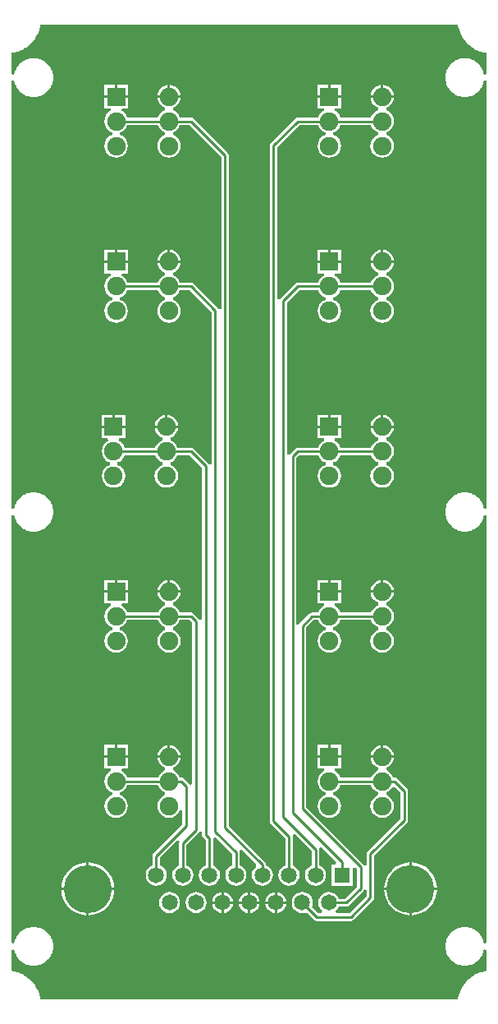
<source format=gbl>
G04*
G04 #@! TF.GenerationSoftware,Altium Limited,Altium Designer,25.6.2 (33)*
G04*
G04 Layer_Physical_Order=2*
G04 Layer_Color=16711680*
%FSLAX44Y44*%
%MOMM*%
G71*
G04*
G04 #@! TF.SameCoordinates,2946A9A4-FF45-4ECA-B3A8-7F3B2984B9D4*
G04*
G04*
G04 #@! TF.FilePolarity,Positive*
G04*
G01*
G75*
%ADD15C,1.9000*%
%ADD16R,1.9000X1.9000*%
%ADD17R,1.6500X1.6500*%
%ADD18C,1.6500*%
%ADD19C,4.9500*%
%ADD20C,0.2540*%
G36*
X465522Y1008482D02*
X465630Y1008163D01*
X465652Y1007828D01*
X466668Y1004037D01*
X466817Y1003736D01*
X466882Y1003406D01*
X468384Y999781D01*
X468571Y999501D01*
X468679Y999182D01*
X470641Y995784D01*
X470863Y995531D01*
X471012Y995229D01*
X473400Y992116D01*
X473653Y991895D01*
X473840Y991615D01*
X476615Y988840D01*
X476894Y988653D01*
X477116Y988400D01*
X480229Y986012D01*
X480531Y985863D01*
X480784Y985641D01*
X484182Y983679D01*
X484501Y983571D01*
X484781Y983384D01*
X488406Y981882D01*
X488736Y981817D01*
X489037Y981668D01*
X492828Y980652D01*
X493163Y980630D01*
X493482Y980522D01*
X494902Y980335D01*
Y958415D01*
X492362Y958165D01*
X491924Y960370D01*
X491731Y960834D01*
X491633Y961326D01*
X490503Y964056D01*
X490224Y964474D01*
X490032Y964937D01*
X488390Y967394D01*
X488035Y967749D01*
X487756Y968167D01*
X485667Y970256D01*
X485249Y970535D01*
X484894Y970890D01*
X482437Y972532D01*
X481974Y972724D01*
X481556Y973003D01*
X478826Y974134D01*
X478334Y974231D01*
X477870Y974424D01*
X474972Y975000D01*
X474470D01*
X473977Y975098D01*
X471023D01*
X470530Y975000D01*
X470028D01*
X467130Y974424D01*
X466666Y974231D01*
X466174Y974134D01*
X463444Y973003D01*
X463027Y972724D01*
X462563Y972532D01*
X460106Y970890D01*
X459751Y970535D01*
X459333Y970256D01*
X457244Y968167D01*
X456965Y967749D01*
X456610Y967394D01*
X454968Y964937D01*
X454776Y964474D01*
X454497Y964056D01*
X453367Y961326D01*
X453269Y960834D01*
X453077Y960370D01*
X452500Y957472D01*
Y956970D01*
X452402Y956477D01*
Y953523D01*
X452500Y953030D01*
Y952528D01*
X453077Y949630D01*
X453269Y949166D01*
X453367Y948674D01*
X454497Y945944D01*
X454776Y945527D01*
X454968Y945063D01*
X456610Y942606D01*
X456965Y942251D01*
X457244Y941833D01*
X459333Y939744D01*
X459751Y939465D01*
X460106Y939110D01*
X462563Y937468D01*
X463027Y937276D01*
X463444Y936997D01*
X466174Y935867D01*
X466666Y935769D01*
X467130Y935576D01*
X470028Y935000D01*
X470530D01*
X471023Y934902D01*
X473977D01*
X474470Y935000D01*
X474972D01*
X477870Y935576D01*
X478334Y935769D01*
X478826Y935867D01*
X481556Y936997D01*
X481974Y937276D01*
X482437Y937468D01*
X484894Y939110D01*
X485249Y939465D01*
X485667Y939744D01*
X487756Y941833D01*
X488035Y942251D01*
X488390Y942606D01*
X490032Y945063D01*
X490224Y945527D01*
X490503Y945944D01*
X491633Y948674D01*
X491731Y949166D01*
X491924Y949630D01*
X492362Y951835D01*
X494902Y951585D01*
X494902Y510915D01*
X492362Y510665D01*
X491924Y512870D01*
X491731Y513334D01*
X491633Y513826D01*
X490503Y516556D01*
X490224Y516973D01*
X490032Y517437D01*
X488390Y519894D01*
X488035Y520249D01*
X487756Y520667D01*
X485667Y522756D01*
X485249Y523035D01*
X484894Y523390D01*
X482437Y525032D01*
X481974Y525224D01*
X481556Y525503D01*
X478826Y526633D01*
X478334Y526731D01*
X477870Y526923D01*
X474972Y527500D01*
X474470D01*
X473977Y527598D01*
X471023D01*
X470530Y527500D01*
X470028D01*
X467130Y526923D01*
X466666Y526731D01*
X466174Y526633D01*
X463444Y525503D01*
X463027Y525224D01*
X462563Y525032D01*
X460106Y523390D01*
X459751Y523035D01*
X459333Y522756D01*
X457244Y520667D01*
X456965Y520249D01*
X456610Y519894D01*
X454968Y517437D01*
X454776Y516973D01*
X454497Y516556D01*
X453367Y513826D01*
X453269Y513334D01*
X453077Y512870D01*
X452500Y509972D01*
Y509470D01*
X452402Y508977D01*
Y506023D01*
X452500Y505530D01*
Y505028D01*
X453077Y502130D01*
X453269Y501666D01*
X453367Y501174D01*
X454497Y498444D01*
X454776Y498026D01*
X454968Y497563D01*
X456610Y495106D01*
X456965Y494751D01*
X457244Y494333D01*
X459333Y492244D01*
X459751Y491965D01*
X460106Y491610D01*
X462563Y489968D01*
X463027Y489776D01*
X463444Y489497D01*
X466174Y488367D01*
X466666Y488269D01*
X467130Y488076D01*
X470028Y487500D01*
X470530D01*
X471023Y487402D01*
X473977D01*
X474470Y487500D01*
X474972D01*
X477870Y488076D01*
X478334Y488269D01*
X478826Y488367D01*
X481556Y489497D01*
X481974Y489776D01*
X482437Y489968D01*
X484894Y491610D01*
X485249Y491965D01*
X485667Y492244D01*
X487756Y494333D01*
X488035Y494751D01*
X488390Y495106D01*
X490032Y497563D01*
X490224Y498026D01*
X490503Y498444D01*
X491633Y501174D01*
X491731Y501666D01*
X491924Y502130D01*
X492362Y504335D01*
X494902Y504085D01*
X494902Y63415D01*
X492362Y63165D01*
X491924Y65370D01*
X491731Y65834D01*
X491633Y66326D01*
X490503Y69056D01*
X490224Y69474D01*
X490032Y69937D01*
X488390Y72394D01*
X488035Y72749D01*
X487756Y73167D01*
X485667Y75256D01*
X485249Y75535D01*
X484894Y75890D01*
X482437Y77532D01*
X481974Y77724D01*
X481556Y78003D01*
X478826Y79133D01*
X478334Y79231D01*
X477870Y79423D01*
X474972Y80000D01*
X474470D01*
X473977Y80098D01*
X471023D01*
X470530Y80000D01*
X470028D01*
X467130Y79423D01*
X466666Y79231D01*
X466174Y79133D01*
X463444Y78003D01*
X463027Y77724D01*
X462563Y77532D01*
X460106Y75890D01*
X459751Y75535D01*
X459333Y75256D01*
X457244Y73167D01*
X456965Y72749D01*
X456610Y72394D01*
X454968Y69937D01*
X454776Y69474D01*
X454497Y69056D01*
X453367Y66326D01*
X453269Y65834D01*
X453077Y65370D01*
X452500Y62472D01*
Y61970D01*
X452402Y61477D01*
Y58523D01*
X452500Y58030D01*
Y57528D01*
X453077Y54630D01*
X453269Y54166D01*
X453367Y53674D01*
X454497Y50944D01*
X454776Y50526D01*
X454968Y50063D01*
X456610Y47606D01*
X456965Y47251D01*
X457244Y46833D01*
X459333Y44744D01*
X459751Y44465D01*
X460106Y44110D01*
X462563Y42468D01*
X463027Y42276D01*
X463444Y41997D01*
X466174Y40866D01*
X466666Y40769D01*
X467130Y40576D01*
X470028Y40000D01*
X470530D01*
X471023Y39902D01*
X473977D01*
X474470Y40000D01*
X474972D01*
X477870Y40576D01*
X478334Y40769D01*
X478826Y40866D01*
X481556Y41997D01*
X481974Y42276D01*
X482437Y42468D01*
X484894Y44110D01*
X485249Y44465D01*
X485667Y44744D01*
X487756Y46833D01*
X488035Y47251D01*
X488390Y47606D01*
X490032Y50063D01*
X490224Y50526D01*
X490503Y50944D01*
X491633Y53674D01*
X491731Y54166D01*
X491924Y54630D01*
X492362Y56835D01*
X494902Y56585D01*
Y34665D01*
X493482Y34478D01*
X493163Y34370D01*
X492828Y34348D01*
X489038Y33332D01*
X488736Y33183D01*
X488406Y33118D01*
X484781Y31616D01*
X484501Y31429D01*
X484182Y31321D01*
X480784Y29359D01*
X480531Y29137D01*
X480229Y28988D01*
X477116Y26600D01*
X476895Y26347D01*
X476615Y26160D01*
X473840Y23385D01*
X473653Y23105D01*
X473400Y22884D01*
X471012Y19770D01*
X470863Y19469D01*
X470641Y19216D01*
X468679Y15818D01*
X468571Y15499D01*
X468384Y15220D01*
X466882Y11594D01*
X466817Y11264D01*
X466668Y10963D01*
X465652Y7172D01*
X465630Y6837D01*
X465522Y6518D01*
X465335Y5098D01*
X34665D01*
X34478Y6518D01*
X34370Y6837D01*
X34348Y7172D01*
X33332Y10963D01*
X33183Y11264D01*
X33118Y11594D01*
X31616Y15220D01*
X31429Y15499D01*
X31321Y15818D01*
X29359Y19216D01*
X29137Y19469D01*
X28988Y19770D01*
X26600Y22884D01*
X26347Y23105D01*
X26160Y23385D01*
X23385Y26160D01*
X23105Y26347D01*
X22884Y26600D01*
X19770Y28988D01*
X19469Y29137D01*
X19216Y29359D01*
X15818Y31321D01*
X15499Y31429D01*
X15220Y31616D01*
X11594Y33118D01*
X11264Y33183D01*
X10963Y33332D01*
X7172Y34348D01*
X6837Y34370D01*
X6518Y34478D01*
X5098Y34665D01*
Y56585D01*
X7638Y56835D01*
X8076Y54630D01*
X8269Y54166D01*
X8367Y53674D01*
X9497Y50944D01*
X9776Y50526D01*
X9968Y50063D01*
X11610Y47606D01*
X11965Y47251D01*
X12244Y46833D01*
X14333Y44744D01*
X14751Y44465D01*
X15106Y44110D01*
X17563Y42468D01*
X18026Y42276D01*
X18444Y41997D01*
X21174Y40866D01*
X21666Y40769D01*
X22130Y40576D01*
X25028Y40000D01*
X25530D01*
X26023Y39902D01*
X28977D01*
X29470Y40000D01*
X29972D01*
X32870Y40576D01*
X33334Y40769D01*
X33826Y40866D01*
X36556Y41997D01*
X36974Y42276D01*
X37437Y42468D01*
X39894Y44110D01*
X40249Y44465D01*
X40667Y44744D01*
X42756Y46833D01*
X43035Y47251D01*
X43390Y47606D01*
X45032Y50063D01*
X45224Y50526D01*
X45503Y50944D01*
X46633Y53674D01*
X46731Y54166D01*
X46923Y54630D01*
X47500Y57528D01*
Y58030D01*
X47598Y58523D01*
Y61477D01*
X47500Y61970D01*
Y62472D01*
X46923Y65370D01*
X46731Y65834D01*
X46633Y66326D01*
X45503Y69056D01*
X45224Y69474D01*
X45032Y69937D01*
X43390Y72394D01*
X43035Y72749D01*
X42756Y73167D01*
X40667Y75256D01*
X40249Y75535D01*
X39894Y75890D01*
X37437Y77532D01*
X36974Y77724D01*
X36556Y78003D01*
X33826Y79133D01*
X33334Y79231D01*
X32870Y79423D01*
X29972Y80000D01*
X29470D01*
X28977Y80098D01*
X26023D01*
X25530Y80000D01*
X25028D01*
X22130Y79423D01*
X21666Y79231D01*
X21174Y79133D01*
X18444Y78003D01*
X18026Y77724D01*
X17563Y77532D01*
X15106Y75890D01*
X14751Y75535D01*
X14333Y75256D01*
X12244Y73167D01*
X11965Y72749D01*
X11610Y72394D01*
X9968Y69937D01*
X9776Y69474D01*
X9497Y69056D01*
X8367Y66326D01*
X8269Y65834D01*
X8076Y65370D01*
X7638Y63165D01*
X5098Y63415D01*
Y504085D01*
X7638Y504335D01*
X8076Y502130D01*
X8269Y501666D01*
X8367Y501174D01*
X9497Y498444D01*
X9776Y498026D01*
X9968Y497563D01*
X11610Y495106D01*
X11965Y494751D01*
X12244Y494333D01*
X14333Y492244D01*
X14751Y491965D01*
X15106Y491610D01*
X17563Y489968D01*
X18026Y489776D01*
X18444Y489497D01*
X21174Y488367D01*
X21666Y488269D01*
X22130Y488076D01*
X25028Y487500D01*
X25530D01*
X26023Y487402D01*
X28977D01*
X29470Y487500D01*
X29972D01*
X32870Y488076D01*
X33334Y488269D01*
X33826Y488367D01*
X36556Y489497D01*
X36974Y489776D01*
X37437Y489968D01*
X39894Y491610D01*
X40249Y491965D01*
X40667Y492244D01*
X42756Y494333D01*
X43035Y494751D01*
X43390Y495106D01*
X45032Y497563D01*
X45224Y498026D01*
X45503Y498444D01*
X46633Y501174D01*
X46731Y501666D01*
X46923Y502130D01*
X47500Y505028D01*
Y505530D01*
X47598Y506023D01*
Y508977D01*
X47500Y509470D01*
Y509972D01*
X46923Y512870D01*
X46731Y513334D01*
X46633Y513826D01*
X45503Y516556D01*
X45224Y516973D01*
X45032Y517437D01*
X43390Y519894D01*
X43035Y520249D01*
X42756Y520667D01*
X40667Y522756D01*
X40249Y523035D01*
X39894Y523390D01*
X37437Y525032D01*
X36974Y525224D01*
X36556Y525503D01*
X33826Y526633D01*
X33334Y526731D01*
X32870Y526923D01*
X29972Y527500D01*
X29470D01*
X28977Y527598D01*
X26023D01*
X25530Y527500D01*
X25028D01*
X22130Y526923D01*
X21666Y526731D01*
X21174Y526633D01*
X18444Y525503D01*
X18026Y525224D01*
X17563Y525032D01*
X15106Y523390D01*
X14751Y523035D01*
X14333Y522756D01*
X12244Y520667D01*
X11965Y520249D01*
X11610Y519894D01*
X9968Y517437D01*
X9776Y516973D01*
X9497Y516556D01*
X8367Y513826D01*
X8269Y513334D01*
X8076Y512870D01*
X7638Y510665D01*
X5098Y510915D01*
Y951585D01*
X7638Y951835D01*
X8076Y949630D01*
X8269Y949166D01*
X8367Y948674D01*
X9497Y945944D01*
X9776Y945527D01*
X9968Y945063D01*
X11610Y942606D01*
X11965Y942251D01*
X12244Y941833D01*
X14333Y939744D01*
X14751Y939465D01*
X15106Y939110D01*
X17563Y937468D01*
X18026Y937276D01*
X18444Y936997D01*
X21174Y935867D01*
X21666Y935769D01*
X22130Y935576D01*
X25028Y935000D01*
X25530D01*
X26023Y934902D01*
X28977D01*
X29470Y935000D01*
X29972D01*
X32870Y935576D01*
X33334Y935769D01*
X33826Y935867D01*
X36556Y936997D01*
X36974Y937276D01*
X37437Y937468D01*
X39894Y939110D01*
X40249Y939465D01*
X40667Y939744D01*
X42756Y941833D01*
X43035Y942251D01*
X43390Y942606D01*
X45032Y945063D01*
X45224Y945527D01*
X45503Y945944D01*
X46633Y948674D01*
X46731Y949166D01*
X46923Y949630D01*
X47500Y952528D01*
Y953030D01*
X47598Y953523D01*
Y956477D01*
X47500Y956970D01*
Y957472D01*
X46923Y960370D01*
X46731Y960834D01*
X46633Y961326D01*
X45503Y964056D01*
X45224Y964474D01*
X45032Y964937D01*
X43390Y967394D01*
X43035Y967749D01*
X42756Y968167D01*
X40667Y970256D01*
X40249Y970535D01*
X39894Y970890D01*
X37437Y972532D01*
X36974Y972724D01*
X36556Y973003D01*
X33826Y974134D01*
X33334Y974231D01*
X32870Y974424D01*
X29972Y975000D01*
X29470D01*
X28977Y975098D01*
X26023D01*
X25530Y975000D01*
X25028D01*
X22130Y974424D01*
X21666Y974231D01*
X21174Y974134D01*
X18444Y973003D01*
X18026Y972724D01*
X17563Y972532D01*
X15106Y970890D01*
X14751Y970535D01*
X14333Y970256D01*
X12244Y968167D01*
X11965Y967749D01*
X11610Y967394D01*
X9968Y964937D01*
X9776Y964474D01*
X9497Y964056D01*
X8367Y961326D01*
X8269Y960834D01*
X8076Y960370D01*
X7638Y958165D01*
X5098Y958415D01*
Y980335D01*
X6518Y980522D01*
X6837Y980630D01*
X7172Y980652D01*
X10963Y981668D01*
X11264Y981817D01*
X11594Y981882D01*
X15219Y983384D01*
X15499Y983571D01*
X15818Y983679D01*
X19216Y985641D01*
X19469Y985863D01*
X19770Y986012D01*
X22884Y988400D01*
X23105Y988653D01*
X23385Y988840D01*
X26160Y991615D01*
X26347Y991895D01*
X26600Y992116D01*
X28988Y995229D01*
X29137Y995531D01*
X29359Y995784D01*
X31321Y999182D01*
X31429Y999501D01*
X31616Y999781D01*
X33118Y1003406D01*
X33183Y1003736D01*
X33332Y1004037D01*
X34348Y1007828D01*
X34370Y1008163D01*
X34478Y1008482D01*
X34665Y1009902D01*
X465335D01*
X465522Y1008482D01*
D02*
G37*
%LPC*%
G36*
X388520Y947377D02*
Y936670D01*
X399227D01*
X398980Y938543D01*
X397767Y941472D01*
X395837Y943987D01*
X393322Y945917D01*
X390393Y947130D01*
X388520Y947377D01*
D02*
G37*
G36*
X385980D02*
X384107Y947130D01*
X381178Y945917D01*
X378663Y943987D01*
X376733Y941472D01*
X375520Y938543D01*
X375273Y936670D01*
X385980D01*
Y947377D01*
D02*
G37*
G36*
X344790Y947440D02*
X334020D01*
Y936670D01*
X344790D01*
Y947440D01*
D02*
G37*
G36*
X331480D02*
X320710D01*
Y936670D01*
X331480D01*
Y947440D01*
D02*
G37*
G36*
X168520Y947377D02*
Y936670D01*
X179227D01*
X178980Y938543D01*
X177767Y941472D01*
X175837Y943987D01*
X173322Y945917D01*
X170393Y947130D01*
X168520Y947377D01*
D02*
G37*
G36*
X165980D02*
X164107Y947130D01*
X161178Y945917D01*
X158663Y943987D01*
X156733Y941472D01*
X155520Y938543D01*
X155273Y936670D01*
X165980D01*
Y947377D01*
D02*
G37*
G36*
X124790Y947440D02*
X114020D01*
Y936670D01*
X124790D01*
Y947440D01*
D02*
G37*
G36*
X111480D02*
X100710D01*
Y936670D01*
X111480D01*
Y947440D01*
D02*
G37*
G36*
X399227Y934130D02*
X375273D01*
X375520Y932257D01*
X376733Y929328D01*
X378663Y926813D01*
X381178Y924883D01*
X383130Y924075D01*
Y921325D01*
X381178Y920517D01*
X378663Y918587D01*
X376733Y916072D01*
X375827Y913885D01*
X344173D01*
X343267Y916072D01*
X341337Y918587D01*
X338822Y920517D01*
X338090Y920820D01*
X338595Y923360D01*
X344790D01*
Y934130D01*
X320710D01*
Y923360D01*
X326905D01*
X327410Y920820D01*
X326678Y920517D01*
X324163Y918587D01*
X322233Y916072D01*
X321327Y913885D01*
X300000D01*
X298513Y913589D01*
X297253Y912747D01*
X272253Y887747D01*
X271411Y886487D01*
X271115Y885000D01*
Y189142D01*
X271411Y187656D01*
X272253Y186395D01*
X287215Y171433D01*
Y143470D01*
X285658Y142825D01*
X283405Y141096D01*
X281675Y138841D01*
X280588Y136217D01*
X280217Y133400D01*
X280588Y130583D01*
X281675Y127958D01*
X283405Y125704D01*
X285658Y123975D01*
X288283Y122888D01*
X291100Y122517D01*
X293917Y122888D01*
X296542Y123975D01*
X298796Y125704D01*
X300525Y127958D01*
X301612Y130583D01*
X301983Y133400D01*
X301612Y136217D01*
X300525Y138841D01*
X298796Y141096D01*
X296542Y142825D01*
X294985Y143470D01*
Y173042D01*
X294689Y174529D01*
X296701Y176090D01*
X314615Y158175D01*
Y143470D01*
X313058Y142825D01*
X310805Y141096D01*
X309075Y138841D01*
X307988Y136217D01*
X307617Y133400D01*
X307988Y130583D01*
X309075Y127958D01*
X310805Y125704D01*
X313058Y123975D01*
X315683Y122888D01*
X318500Y122517D01*
X321317Y122888D01*
X323942Y123975D01*
X326195Y125704D01*
X327925Y127958D01*
X329012Y130583D01*
X329383Y133400D01*
X329012Y136217D01*
X327925Y138841D01*
X326195Y141096D01*
X323942Y142825D01*
X322385Y143470D01*
Y159784D01*
X322089Y161271D01*
X324101Y162832D01*
X340203Y146730D01*
X339151Y144190D01*
X335110D01*
Y122610D01*
X356690D01*
Y140793D01*
X359230Y141845D01*
X361115Y139959D01*
Y121609D01*
X348391Y108885D01*
X342270D01*
X341625Y110442D01*
X339896Y112696D01*
X337642Y114425D01*
X335017Y115512D01*
X332200Y115883D01*
X329383Y115512D01*
X326758Y114425D01*
X324505Y112696D01*
X322775Y110442D01*
X321688Y107817D01*
X321317Y105000D01*
X321688Y102183D01*
X322775Y99558D01*
X324505Y97304D01*
X325651Y96425D01*
X324789Y93885D01*
X321409D01*
X314667Y100626D01*
X315312Y102183D01*
X315683Y105000D01*
X315312Y107817D01*
X314225Y110442D01*
X312495Y112696D01*
X310242Y114425D01*
X307617Y115512D01*
X304800Y115883D01*
X301983Y115512D01*
X299359Y114425D01*
X297104Y112696D01*
X295375Y110442D01*
X294288Y107817D01*
X293917Y105000D01*
X294288Y102183D01*
X295375Y99558D01*
X297104Y97304D01*
X299359Y95575D01*
X301983Y94488D01*
X304800Y94117D01*
X307617Y94488D01*
X309174Y95133D01*
X317053Y87253D01*
X318313Y86411D01*
X319800Y86115D01*
X355000D01*
X356487Y86411D01*
X357747Y87253D01*
X377747Y107253D01*
X378589Y108513D01*
X378885Y110000D01*
Y153391D01*
X412747Y187253D01*
X413589Y188513D01*
X413885Y190000D01*
Y220000D01*
X413589Y221487D01*
X412747Y222747D01*
X402747Y232747D01*
X401487Y233589D01*
X400000Y233885D01*
X398673D01*
X397767Y236072D01*
X395837Y238587D01*
X393322Y240517D01*
X391370Y241325D01*
Y244075D01*
X393322Y244883D01*
X395837Y246813D01*
X397767Y249328D01*
X398980Y252257D01*
X399227Y254130D01*
X375273D01*
X375520Y252257D01*
X376733Y249328D01*
X378663Y246813D01*
X381178Y244883D01*
X383130Y244075D01*
Y241325D01*
X381178Y240517D01*
X378663Y238587D01*
X376733Y236072D01*
X375827Y233885D01*
X344173D01*
X343267Y236072D01*
X341337Y238587D01*
X338822Y240517D01*
X338090Y240820D01*
X338595Y243360D01*
X344790D01*
Y254130D01*
X320710D01*
Y243360D01*
X326905D01*
X327410Y240820D01*
X326678Y240517D01*
X324163Y238587D01*
X322233Y236072D01*
X321020Y233143D01*
X320606Y230000D01*
X321020Y226857D01*
X322233Y223928D01*
X324163Y221413D01*
X326678Y219483D01*
X328630Y218675D01*
Y215925D01*
X326678Y215117D01*
X324163Y213187D01*
X322233Y210672D01*
X321020Y207743D01*
X320606Y204600D01*
X321020Y201457D01*
X322233Y198528D01*
X324163Y196013D01*
X326678Y194083D01*
X329607Y192870D01*
X332750Y192456D01*
X335893Y192870D01*
X338822Y194083D01*
X341337Y196013D01*
X343267Y198528D01*
X344480Y201457D01*
X344894Y204600D01*
X344480Y207743D01*
X343267Y210672D01*
X341337Y213187D01*
X338822Y215117D01*
X336870Y215925D01*
Y218675D01*
X338822Y219483D01*
X341337Y221413D01*
X343267Y223928D01*
X344173Y226115D01*
X375827D01*
X376733Y223928D01*
X378663Y221413D01*
X381178Y219483D01*
X383130Y218675D01*
Y215925D01*
X381178Y215117D01*
X378663Y213187D01*
X376733Y210672D01*
X375520Y207743D01*
X375106Y204600D01*
X375520Y201457D01*
X376733Y198528D01*
X378663Y196013D01*
X381178Y194083D01*
X384107Y192870D01*
X387250Y192456D01*
X390393Y192870D01*
X393322Y194083D01*
X395837Y196013D01*
X397767Y198528D01*
X398980Y201457D01*
X399394Y204600D01*
X398980Y207743D01*
X397767Y210672D01*
X395837Y213187D01*
X393322Y215117D01*
X391370Y215925D01*
Y218675D01*
X393322Y219483D01*
X395837Y221413D01*
X397428Y223486D01*
X400277Y224229D01*
X406115Y218391D01*
Y191609D01*
X372253Y157747D01*
X371411Y156487D01*
X371115Y155000D01*
Y143374D01*
X368589Y143055D01*
X367747Y144315D01*
X308885Y203178D01*
Y388391D01*
X316609Y396115D01*
X321327D01*
X322233Y393928D01*
X324163Y391413D01*
X326678Y389483D01*
X328630Y388675D01*
Y385925D01*
X326678Y385117D01*
X324163Y383187D01*
X322233Y380672D01*
X321020Y377743D01*
X320606Y374600D01*
X321020Y371457D01*
X322233Y368528D01*
X324163Y366013D01*
X326678Y364083D01*
X329607Y362870D01*
X332750Y362456D01*
X335893Y362870D01*
X338822Y364083D01*
X341337Y366013D01*
X343267Y368528D01*
X344480Y371457D01*
X344894Y374600D01*
X344480Y377743D01*
X343267Y380672D01*
X341337Y383187D01*
X338822Y385117D01*
X336870Y385925D01*
Y388675D01*
X338822Y389483D01*
X341337Y391413D01*
X343267Y393928D01*
X344173Y396115D01*
X375827D01*
X376733Y393928D01*
X378663Y391413D01*
X381178Y389483D01*
X383130Y388675D01*
Y385925D01*
X381178Y385117D01*
X378663Y383187D01*
X376733Y380672D01*
X375520Y377743D01*
X375106Y374600D01*
X375520Y371457D01*
X376733Y368528D01*
X378663Y366013D01*
X381178Y364083D01*
X384107Y362870D01*
X387250Y362456D01*
X390393Y362870D01*
X393322Y364083D01*
X395837Y366013D01*
X397767Y368528D01*
X398980Y371457D01*
X399394Y374600D01*
X398980Y377743D01*
X397767Y380672D01*
X395837Y383187D01*
X393322Y385117D01*
X391370Y385925D01*
Y388675D01*
X393322Y389483D01*
X395837Y391413D01*
X397767Y393928D01*
X398980Y396857D01*
X399394Y400000D01*
X398980Y403143D01*
X397767Y406072D01*
X395837Y408587D01*
X393322Y410517D01*
X391370Y411325D01*
Y414075D01*
X393322Y414883D01*
X395837Y416813D01*
X397767Y419328D01*
X398980Y422257D01*
X399227Y424130D01*
X375273D01*
X375520Y422257D01*
X376733Y419328D01*
X378663Y416813D01*
X381178Y414883D01*
X383130Y414075D01*
Y411325D01*
X381178Y410517D01*
X378663Y408587D01*
X376733Y406072D01*
X375827Y403885D01*
X344173D01*
X343267Y406072D01*
X341337Y408587D01*
X338822Y410517D01*
X338090Y410820D01*
X338595Y413360D01*
X344790D01*
Y424130D01*
X320710D01*
Y413360D01*
X326905D01*
X327410Y410820D01*
X326678Y410517D01*
X324163Y408587D01*
X322233Y406072D01*
X321327Y403885D01*
X315000D01*
X313513Y403589D01*
X312253Y402747D01*
X302253Y392747D01*
X301411Y391487D01*
X298885Y391805D01*
Y563391D01*
X301609Y566115D01*
X321327D01*
X322233Y563928D01*
X324163Y561413D01*
X326678Y559483D01*
X328630Y558675D01*
Y555925D01*
X326678Y555117D01*
X324163Y553187D01*
X322233Y550672D01*
X321020Y547743D01*
X320606Y544600D01*
X321020Y541457D01*
X322233Y538528D01*
X324163Y536013D01*
X326678Y534083D01*
X329607Y532870D01*
X332750Y532456D01*
X335893Y532870D01*
X338822Y534083D01*
X341337Y536013D01*
X343267Y538528D01*
X344480Y541457D01*
X344894Y544600D01*
X344480Y547743D01*
X343267Y550672D01*
X341337Y553187D01*
X338822Y555117D01*
X336870Y555925D01*
Y558675D01*
X338822Y559483D01*
X341337Y561413D01*
X343267Y563928D01*
X344173Y566115D01*
X375827D01*
X376733Y563928D01*
X378663Y561413D01*
X381178Y559483D01*
X383130Y558675D01*
Y555925D01*
X381178Y555117D01*
X378663Y553187D01*
X376733Y550672D01*
X375520Y547743D01*
X375106Y544600D01*
X375520Y541457D01*
X376733Y538528D01*
X378663Y536013D01*
X381178Y534083D01*
X384107Y532870D01*
X387250Y532456D01*
X390393Y532870D01*
X393322Y534083D01*
X395837Y536013D01*
X397767Y538528D01*
X398980Y541457D01*
X399394Y544600D01*
X398980Y547743D01*
X397767Y550672D01*
X395837Y553187D01*
X393322Y555117D01*
X391370Y555925D01*
Y558675D01*
X393322Y559483D01*
X395837Y561413D01*
X397767Y563928D01*
X398980Y566857D01*
X399394Y570000D01*
X398980Y573143D01*
X397767Y576072D01*
X395837Y578587D01*
X393322Y580517D01*
X391370Y581325D01*
Y584075D01*
X393322Y584883D01*
X395837Y586813D01*
X397767Y589328D01*
X398980Y592257D01*
X399227Y594130D01*
X375273D01*
X375520Y592257D01*
X376733Y589328D01*
X378663Y586813D01*
X381178Y584883D01*
X383130Y584075D01*
Y581325D01*
X381178Y580517D01*
X378663Y578587D01*
X376733Y576072D01*
X375827Y573885D01*
X344173D01*
X343267Y576072D01*
X341337Y578587D01*
X338822Y580517D01*
X338090Y580820D01*
X338595Y583360D01*
X344790D01*
Y594130D01*
X320710D01*
Y583360D01*
X326905D01*
X327410Y580820D01*
X326678Y580517D01*
X324163Y578587D01*
X322233Y576072D01*
X321327Y573885D01*
X300000D01*
X298513Y573589D01*
X297253Y572747D01*
X292253Y567747D01*
X291411Y566487D01*
X288885Y566805D01*
Y723391D01*
X301609Y736115D01*
X321327D01*
X322233Y733928D01*
X324163Y731413D01*
X326678Y729483D01*
X328630Y728675D01*
Y725925D01*
X326678Y725117D01*
X324163Y723187D01*
X322233Y720672D01*
X321020Y717743D01*
X320606Y714600D01*
X321020Y711457D01*
X322233Y708528D01*
X324163Y706013D01*
X326678Y704083D01*
X329607Y702870D01*
X332750Y702456D01*
X335893Y702870D01*
X338822Y704083D01*
X341337Y706013D01*
X343267Y708528D01*
X344480Y711457D01*
X344894Y714600D01*
X344480Y717743D01*
X343267Y720672D01*
X341337Y723187D01*
X338822Y725117D01*
X336870Y725925D01*
Y728675D01*
X338822Y729483D01*
X341337Y731413D01*
X343267Y733928D01*
X344173Y736115D01*
X375827D01*
X376733Y733928D01*
X378663Y731413D01*
X381178Y729483D01*
X383130Y728675D01*
Y725925D01*
X381178Y725117D01*
X378663Y723187D01*
X376733Y720672D01*
X375520Y717743D01*
X375106Y714600D01*
X375520Y711457D01*
X376733Y708528D01*
X378663Y706013D01*
X381178Y704083D01*
X384107Y702870D01*
X387250Y702456D01*
X390393Y702870D01*
X393322Y704083D01*
X395837Y706013D01*
X397767Y708528D01*
X398980Y711457D01*
X399394Y714600D01*
X398980Y717743D01*
X397767Y720672D01*
X395837Y723187D01*
X393322Y725117D01*
X391370Y725925D01*
Y728675D01*
X393322Y729483D01*
X395837Y731413D01*
X397767Y733928D01*
X398980Y736857D01*
X399394Y740000D01*
X398980Y743143D01*
X397767Y746072D01*
X395837Y748587D01*
X393322Y750517D01*
X391370Y751325D01*
Y754075D01*
X393322Y754883D01*
X395837Y756813D01*
X397767Y759328D01*
X398980Y762257D01*
X399227Y764130D01*
X375273D01*
X375520Y762257D01*
X376733Y759328D01*
X378663Y756813D01*
X381178Y754883D01*
X383130Y754075D01*
Y751325D01*
X381178Y750517D01*
X378663Y748587D01*
X376733Y746072D01*
X375827Y743885D01*
X344173D01*
X343267Y746072D01*
X341337Y748587D01*
X338822Y750517D01*
X338090Y750820D01*
X338595Y753360D01*
X344790D01*
Y764130D01*
X320710D01*
Y753360D01*
X326905D01*
X327410Y750820D01*
X326678Y750517D01*
X324163Y748587D01*
X322233Y746072D01*
X321327Y743885D01*
X300000D01*
X298513Y743589D01*
X297253Y742747D01*
X282253Y727747D01*
X281411Y726487D01*
X278885Y726805D01*
Y883391D01*
X301609Y906115D01*
X321327D01*
X322233Y903928D01*
X324163Y901413D01*
X326678Y899483D01*
X328630Y898675D01*
Y895925D01*
X326678Y895117D01*
X324163Y893187D01*
X322233Y890672D01*
X321020Y887743D01*
X320606Y884600D01*
X321020Y881457D01*
X322233Y878528D01*
X324163Y876013D01*
X326678Y874083D01*
X329607Y872870D01*
X332750Y872456D01*
X335893Y872870D01*
X338822Y874083D01*
X341337Y876013D01*
X343267Y878528D01*
X344480Y881457D01*
X344894Y884600D01*
X344480Y887743D01*
X343267Y890672D01*
X341337Y893187D01*
X338822Y895117D01*
X336870Y895925D01*
Y898675D01*
X338822Y899483D01*
X341337Y901413D01*
X343267Y903928D01*
X344173Y906115D01*
X375827D01*
X376733Y903928D01*
X378663Y901413D01*
X381178Y899483D01*
X383130Y898675D01*
Y895925D01*
X381178Y895117D01*
X378663Y893187D01*
X376733Y890672D01*
X375520Y887743D01*
X375106Y884600D01*
X375520Y881457D01*
X376733Y878528D01*
X378663Y876013D01*
X381178Y874083D01*
X384107Y872870D01*
X387250Y872456D01*
X390393Y872870D01*
X393322Y874083D01*
X395837Y876013D01*
X397767Y878528D01*
X398980Y881457D01*
X399394Y884600D01*
X398980Y887743D01*
X397767Y890672D01*
X395837Y893187D01*
X393322Y895117D01*
X391370Y895925D01*
Y898675D01*
X393322Y899483D01*
X395837Y901413D01*
X397767Y903928D01*
X398980Y906857D01*
X399394Y910000D01*
X398980Y913143D01*
X397767Y916072D01*
X395837Y918587D01*
X393322Y920517D01*
X391370Y921325D01*
Y924075D01*
X393322Y924883D01*
X395837Y926813D01*
X397767Y929328D01*
X398980Y932257D01*
X399227Y934130D01*
D02*
G37*
G36*
X179227D02*
X155273D01*
X155520Y932257D01*
X156733Y929328D01*
X158663Y926813D01*
X161178Y924883D01*
X163130Y924075D01*
Y921325D01*
X161178Y920517D01*
X158663Y918587D01*
X156733Y916072D01*
X155827Y913885D01*
X124173D01*
X123267Y916072D01*
X121337Y918587D01*
X118822Y920517D01*
X118090Y920820D01*
X118595Y923360D01*
X124790D01*
Y934130D01*
X100710D01*
Y923360D01*
X106905D01*
X107410Y920820D01*
X106678Y920517D01*
X104163Y918587D01*
X102233Y916072D01*
X101020Y913143D01*
X100606Y910000D01*
X101020Y906857D01*
X102233Y903928D01*
X104163Y901413D01*
X106678Y899483D01*
X108630Y898675D01*
Y895925D01*
X106678Y895117D01*
X104163Y893187D01*
X102233Y890672D01*
X101020Y887743D01*
X100606Y884600D01*
X101020Y881457D01*
X102233Y878528D01*
X104163Y876013D01*
X106678Y874083D01*
X109607Y872870D01*
X112750Y872456D01*
X115893Y872870D01*
X118822Y874083D01*
X121337Y876013D01*
X123267Y878528D01*
X124480Y881457D01*
X124894Y884600D01*
X124480Y887743D01*
X123267Y890672D01*
X121337Y893187D01*
X118822Y895117D01*
X116870Y895925D01*
Y898675D01*
X118822Y899483D01*
X121337Y901413D01*
X123267Y903928D01*
X124173Y906115D01*
X155827D01*
X156733Y903928D01*
X158663Y901413D01*
X161178Y899483D01*
X163130Y898675D01*
Y895925D01*
X161178Y895117D01*
X158663Y893187D01*
X156733Y890672D01*
X155520Y887743D01*
X155106Y884600D01*
X155520Y881457D01*
X156733Y878528D01*
X158663Y876013D01*
X161178Y874083D01*
X164107Y872870D01*
X167250Y872456D01*
X170393Y872870D01*
X173322Y874083D01*
X175837Y876013D01*
X177767Y878528D01*
X178980Y881457D01*
X179394Y884600D01*
X178980Y887743D01*
X177767Y890672D01*
X175837Y893187D01*
X173322Y895117D01*
X171370Y895925D01*
Y898675D01*
X173322Y899483D01*
X175837Y901413D01*
X177767Y903928D01*
X178673Y906115D01*
X188391D01*
X221115Y873391D01*
Y716805D01*
X218589Y716487D01*
X217747Y717747D01*
X192747Y742747D01*
X191487Y743589D01*
X190000Y743885D01*
X178673D01*
X177767Y746072D01*
X175837Y748587D01*
X173322Y750517D01*
X171370Y751325D01*
Y754075D01*
X173322Y754883D01*
X175837Y756813D01*
X177767Y759328D01*
X178980Y762257D01*
X179227Y764130D01*
X155273D01*
X155520Y762257D01*
X156733Y759328D01*
X158663Y756813D01*
X161178Y754883D01*
X163130Y754075D01*
Y751325D01*
X161178Y750517D01*
X158663Y748587D01*
X156733Y746072D01*
X155827Y743885D01*
X124173D01*
X123267Y746072D01*
X121337Y748587D01*
X118822Y750517D01*
X118090Y750820D01*
X118595Y753360D01*
X124790D01*
Y764130D01*
X100710D01*
Y753360D01*
X106905D01*
X107410Y750820D01*
X106678Y750517D01*
X104163Y748587D01*
X102233Y746072D01*
X101020Y743143D01*
X100606Y740000D01*
X101020Y736857D01*
X102233Y733928D01*
X104163Y731413D01*
X106678Y729483D01*
X108630Y728675D01*
Y725925D01*
X106678Y725117D01*
X104163Y723187D01*
X102233Y720672D01*
X101020Y717743D01*
X100606Y714600D01*
X101020Y711457D01*
X102233Y708528D01*
X104163Y706013D01*
X106678Y704083D01*
X109607Y702870D01*
X112750Y702456D01*
X115893Y702870D01*
X118822Y704083D01*
X121337Y706013D01*
X123267Y708528D01*
X124480Y711457D01*
X124894Y714600D01*
X124480Y717743D01*
X123267Y720672D01*
X121337Y723187D01*
X118822Y725117D01*
X116870Y725925D01*
Y728675D01*
X118822Y729483D01*
X121337Y731413D01*
X123267Y733928D01*
X124173Y736115D01*
X155827D01*
X156733Y733928D01*
X158663Y731413D01*
X161178Y729483D01*
X163130Y728675D01*
Y725925D01*
X161178Y725117D01*
X158663Y723187D01*
X156733Y720672D01*
X155520Y717743D01*
X155106Y714600D01*
X155520Y711457D01*
X156733Y708528D01*
X158663Y706013D01*
X161178Y704083D01*
X164107Y702870D01*
X167250Y702456D01*
X170393Y702870D01*
X173322Y704083D01*
X175837Y706013D01*
X177767Y708528D01*
X178980Y711457D01*
X179394Y714600D01*
X178980Y717743D01*
X177767Y720672D01*
X175837Y723187D01*
X173322Y725117D01*
X171370Y725925D01*
Y728675D01*
X173322Y729483D01*
X175837Y731413D01*
X177767Y733928D01*
X178673Y736115D01*
X188391D01*
X211115Y713391D01*
Y556805D01*
X208589Y556487D01*
X207747Y557747D01*
X192747Y572747D01*
X191487Y573589D01*
X190000Y573885D01*
X175923D01*
X175017Y576072D01*
X173087Y578587D01*
X170572Y580517D01*
X168620Y581325D01*
Y584075D01*
X170572Y584883D01*
X173087Y586813D01*
X175017Y589328D01*
X176230Y592257D01*
X176477Y594130D01*
X152523D01*
X152770Y592257D01*
X153983Y589328D01*
X155913Y586813D01*
X158428Y584883D01*
X160380Y584075D01*
Y581325D01*
X158428Y580517D01*
X155913Y578587D01*
X153983Y576072D01*
X153077Y573885D01*
X121423D01*
X120517Y576072D01*
X118587Y578587D01*
X116072Y580517D01*
X115340Y580820D01*
X115845Y583360D01*
X122040D01*
Y594130D01*
X97960D01*
Y583360D01*
X104155D01*
X104660Y580820D01*
X103928Y580517D01*
X101413Y578587D01*
X99483Y576072D01*
X98270Y573143D01*
X97856Y570000D01*
X98270Y566857D01*
X99483Y563928D01*
X101413Y561413D01*
X103928Y559483D01*
X105880Y558675D01*
Y555925D01*
X103928Y555117D01*
X101413Y553187D01*
X99483Y550672D01*
X98270Y547743D01*
X97856Y544600D01*
X98270Y541457D01*
X99483Y538528D01*
X101413Y536013D01*
X103928Y534083D01*
X106857Y532870D01*
X110000Y532456D01*
X113143Y532870D01*
X116072Y534083D01*
X118587Y536013D01*
X120517Y538528D01*
X121730Y541457D01*
X122144Y544600D01*
X121730Y547743D01*
X120517Y550672D01*
X118587Y553187D01*
X116072Y555117D01*
X114120Y555925D01*
Y558675D01*
X116072Y559483D01*
X118587Y561413D01*
X120517Y563928D01*
X121423Y566115D01*
X153077D01*
X153983Y563928D01*
X155913Y561413D01*
X158428Y559483D01*
X160380Y558675D01*
Y555925D01*
X158428Y555117D01*
X155913Y553187D01*
X153983Y550672D01*
X152770Y547743D01*
X152356Y544600D01*
X152770Y541457D01*
X153983Y538528D01*
X155913Y536013D01*
X158428Y534083D01*
X161357Y532870D01*
X164500Y532456D01*
X167643Y532870D01*
X170572Y534083D01*
X173087Y536013D01*
X175017Y538528D01*
X176230Y541457D01*
X176644Y544600D01*
X176230Y547743D01*
X175017Y550672D01*
X173087Y553187D01*
X170572Y555117D01*
X168620Y555925D01*
Y558675D01*
X170572Y559483D01*
X173087Y561413D01*
X175017Y563928D01*
X175923Y566115D01*
X188391D01*
X201115Y553391D01*
Y396805D01*
X198589Y396487D01*
X197747Y397747D01*
X192747Y402747D01*
X191487Y403589D01*
X190000Y403885D01*
X178673D01*
X177767Y406072D01*
X175837Y408587D01*
X173322Y410517D01*
X171370Y411325D01*
Y414075D01*
X173322Y414883D01*
X175837Y416813D01*
X177767Y419328D01*
X178980Y422257D01*
X179227Y424130D01*
X155273D01*
X155520Y422257D01*
X156733Y419328D01*
X158663Y416813D01*
X161178Y414883D01*
X163130Y414075D01*
Y411325D01*
X161178Y410517D01*
X158663Y408587D01*
X156733Y406072D01*
X155827Y403885D01*
X124173D01*
X123267Y406072D01*
X121337Y408587D01*
X118822Y410517D01*
X118090Y410820D01*
X118595Y413360D01*
X124790D01*
Y424130D01*
X100710D01*
Y413360D01*
X106905D01*
X107410Y410820D01*
X106678Y410517D01*
X104163Y408587D01*
X102233Y406072D01*
X101020Y403143D01*
X100606Y400000D01*
X101020Y396857D01*
X102233Y393928D01*
X104163Y391413D01*
X106678Y389483D01*
X108630Y388675D01*
Y385925D01*
X106678Y385117D01*
X104163Y383187D01*
X102233Y380672D01*
X101020Y377743D01*
X100606Y374600D01*
X101020Y371457D01*
X102233Y368528D01*
X104163Y366013D01*
X106678Y364083D01*
X109607Y362870D01*
X112750Y362456D01*
X115893Y362870D01*
X118822Y364083D01*
X121337Y366013D01*
X123267Y368528D01*
X124480Y371457D01*
X124894Y374600D01*
X124480Y377743D01*
X123267Y380672D01*
X121337Y383187D01*
X118822Y385117D01*
X116870Y385925D01*
Y388675D01*
X118822Y389483D01*
X121337Y391413D01*
X123267Y393928D01*
X124173Y396115D01*
X155827D01*
X156733Y393928D01*
X158663Y391413D01*
X161178Y389483D01*
X163130Y388675D01*
Y385925D01*
X161178Y385117D01*
X158663Y383187D01*
X156733Y380672D01*
X155520Y377743D01*
X155106Y374600D01*
X155520Y371457D01*
X156733Y368528D01*
X158663Y366013D01*
X161178Y364083D01*
X164107Y362870D01*
X167250Y362456D01*
X170393Y362870D01*
X173322Y364083D01*
X175837Y366013D01*
X177767Y368528D01*
X178980Y371457D01*
X179394Y374600D01*
X178980Y377743D01*
X177767Y380672D01*
X175837Y383187D01*
X173322Y385117D01*
X171370Y385925D01*
Y388675D01*
X173322Y389483D01*
X175837Y391413D01*
X177767Y393928D01*
X178673Y396115D01*
X188391D01*
X191115Y393391D01*
Y226805D01*
X188589Y226487D01*
X187747Y227747D01*
X182747Y232747D01*
X181487Y233589D01*
X180000Y233885D01*
X178673D01*
X177767Y236072D01*
X175837Y238587D01*
X173322Y240517D01*
X171370Y241325D01*
Y244075D01*
X173322Y244883D01*
X175837Y246813D01*
X177767Y249328D01*
X178980Y252257D01*
X179227Y254130D01*
X155273D01*
X155520Y252257D01*
X156733Y249328D01*
X158663Y246813D01*
X161178Y244883D01*
X163130Y244075D01*
Y241325D01*
X161178Y240517D01*
X158663Y238587D01*
X156733Y236072D01*
X155827Y233885D01*
X124173D01*
X123267Y236072D01*
X121337Y238587D01*
X118822Y240517D01*
X118090Y240820D01*
X118595Y243360D01*
X124790D01*
Y254130D01*
X100710D01*
Y243360D01*
X106905D01*
X107410Y240820D01*
X106678Y240517D01*
X104163Y238587D01*
X102233Y236072D01*
X101020Y233143D01*
X100606Y230000D01*
X101020Y226857D01*
X102233Y223928D01*
X104163Y221413D01*
X106678Y219483D01*
X108630Y218675D01*
Y215925D01*
X106678Y215117D01*
X104163Y213187D01*
X102233Y210672D01*
X101020Y207743D01*
X100606Y204600D01*
X101020Y201457D01*
X102233Y198528D01*
X104163Y196013D01*
X106678Y194083D01*
X109607Y192870D01*
X112750Y192456D01*
X115893Y192870D01*
X118822Y194083D01*
X121337Y196013D01*
X123267Y198528D01*
X124480Y201457D01*
X124894Y204600D01*
X124480Y207743D01*
X123267Y210672D01*
X121337Y213187D01*
X118822Y215117D01*
X116870Y215925D01*
Y218675D01*
X118822Y219483D01*
X121337Y221413D01*
X123267Y223928D01*
X124173Y226115D01*
X155827D01*
X156733Y223928D01*
X158663Y221413D01*
X161178Y219483D01*
X163130Y218675D01*
Y215925D01*
X161178Y215117D01*
X158663Y213187D01*
X156733Y210672D01*
X155520Y207743D01*
X155106Y204600D01*
X155520Y201457D01*
X156733Y198528D01*
X158663Y196013D01*
X161178Y194083D01*
X164107Y192870D01*
X167250Y192456D01*
X170393Y192870D01*
X173322Y194083D01*
X175837Y196013D01*
X177767Y198528D01*
X178575Y200480D01*
X181115Y199975D01*
Y185604D01*
X151353Y155842D01*
X150511Y154582D01*
X150215Y153095D01*
Y143470D01*
X148659Y142825D01*
X146404Y141096D01*
X144675Y138841D01*
X143588Y136217D01*
X143217Y133400D01*
X143588Y130583D01*
X144675Y127958D01*
X146404Y125704D01*
X148659Y123975D01*
X151283Y122888D01*
X154100Y122517D01*
X156917Y122888D01*
X159542Y123975D01*
X161796Y125704D01*
X163525Y127958D01*
X164612Y130583D01*
X164983Y133400D01*
X164612Y136217D01*
X163525Y138841D01*
X161796Y141096D01*
X159542Y142825D01*
X157985Y143470D01*
Y151486D01*
X175900Y169401D01*
X177911Y167839D01*
X177615Y166353D01*
Y143470D01*
X176059Y142825D01*
X173804Y141096D01*
X172075Y138841D01*
X170988Y136217D01*
X170617Y133400D01*
X170988Y130583D01*
X172075Y127958D01*
X173804Y125704D01*
X176059Y123975D01*
X178683Y122888D01*
X181500Y122517D01*
X184317Y122888D01*
X186942Y123975D01*
X189195Y125704D01*
X190925Y127958D01*
X192012Y130583D01*
X192383Y133400D01*
X192012Y136217D01*
X190925Y138841D01*
X189195Y141096D01*
X186942Y142825D01*
X185385Y143470D01*
Y164744D01*
X197747Y177106D01*
X198589Y178366D01*
X201115Y178048D01*
Y175000D01*
X201411Y173513D01*
X202253Y172253D01*
X205015Y169491D01*
Y143470D01*
X203458Y142825D01*
X201204Y141096D01*
X199475Y138841D01*
X198388Y136217D01*
X198017Y133400D01*
X198388Y130583D01*
X199475Y127958D01*
X201204Y125704D01*
X203458Y123975D01*
X206083Y122888D01*
X208900Y122517D01*
X211717Y122888D01*
X214342Y123975D01*
X216595Y125704D01*
X218325Y127958D01*
X219412Y130583D01*
X219783Y133400D01*
X219412Y136217D01*
X218325Y138841D01*
X216595Y141096D01*
X214342Y142825D01*
X212785Y143470D01*
Y171100D01*
X212670Y171675D01*
X215011Y172927D01*
X232415Y155522D01*
Y143470D01*
X230858Y142825D01*
X228605Y141096D01*
X226875Y138841D01*
X225788Y136217D01*
X225417Y133400D01*
X225788Y130583D01*
X226875Y127958D01*
X228605Y125704D01*
X230858Y123975D01*
X233483Y122888D01*
X236300Y122517D01*
X239117Y122888D01*
X241742Y123975D01*
X243995Y125704D01*
X245725Y127958D01*
X246812Y130583D01*
X247183Y133400D01*
X246812Y136217D01*
X245725Y138841D01*
X243995Y141096D01*
X241742Y142825D01*
X240185Y143470D01*
Y157132D01*
X239889Y158618D01*
X241901Y160179D01*
X257128Y144952D01*
X256790Y141698D01*
X256005Y141096D01*
X254275Y138841D01*
X253188Y136217D01*
X252817Y133400D01*
X253188Y130583D01*
X254275Y127958D01*
X256005Y125704D01*
X258258Y123975D01*
X260883Y122888D01*
X263700Y122517D01*
X266517Y122888D01*
X269142Y123975D01*
X271395Y125704D01*
X273125Y127958D01*
X274212Y130583D01*
X274583Y133400D01*
X274212Y136217D01*
X273125Y138841D01*
X271395Y141096D01*
X269142Y142825D01*
X267486Y143511D01*
Y143972D01*
X267190Y145459D01*
X266348Y146719D01*
X228885Y184183D01*
Y875000D01*
X228589Y876487D01*
X227747Y877747D01*
X192747Y912747D01*
X191487Y913589D01*
X190000Y913885D01*
X178673D01*
X177767Y916072D01*
X175837Y918587D01*
X173322Y920517D01*
X171370Y921325D01*
Y924075D01*
X173322Y924883D01*
X175837Y926813D01*
X177767Y929328D01*
X178980Y932257D01*
X179227Y934130D01*
D02*
G37*
G36*
X388520Y777377D02*
Y766670D01*
X399227D01*
X398980Y768543D01*
X397767Y771472D01*
X395837Y773987D01*
X393322Y775917D01*
X390393Y777130D01*
X388520Y777377D01*
D02*
G37*
G36*
X385980D02*
X384107Y777130D01*
X381178Y775917D01*
X378663Y773987D01*
X376733Y771472D01*
X375520Y768543D01*
X375273Y766670D01*
X385980D01*
Y777377D01*
D02*
G37*
G36*
X344790Y777440D02*
X334020D01*
Y766670D01*
X344790D01*
Y777440D01*
D02*
G37*
G36*
X331480D02*
X320710D01*
Y766670D01*
X331480D01*
Y777440D01*
D02*
G37*
G36*
X168520Y777377D02*
Y766670D01*
X179227D01*
X178980Y768543D01*
X177767Y771472D01*
X175837Y773987D01*
X173322Y775917D01*
X170393Y777130D01*
X168520Y777377D01*
D02*
G37*
G36*
X165980D02*
X164107Y777130D01*
X161178Y775917D01*
X158663Y773987D01*
X156733Y771472D01*
X155520Y768543D01*
X155273Y766670D01*
X165980D01*
Y777377D01*
D02*
G37*
G36*
X124790Y777440D02*
X114020D01*
Y766670D01*
X124790D01*
Y777440D01*
D02*
G37*
G36*
X111480D02*
X100710D01*
Y766670D01*
X111480D01*
Y777440D01*
D02*
G37*
G36*
X388520Y607377D02*
Y596670D01*
X399227D01*
X398980Y598543D01*
X397767Y601472D01*
X395837Y603987D01*
X393322Y605917D01*
X390393Y607130D01*
X388520Y607377D01*
D02*
G37*
G36*
X385980D02*
X384107Y607130D01*
X381178Y605917D01*
X378663Y603987D01*
X376733Y601472D01*
X375520Y598543D01*
X375273Y596670D01*
X385980D01*
Y607377D01*
D02*
G37*
G36*
X344790Y607440D02*
X334020D01*
Y596670D01*
X344790D01*
Y607440D01*
D02*
G37*
G36*
X331480D02*
X320710D01*
Y596670D01*
X331480D01*
Y607440D01*
D02*
G37*
G36*
X165770Y607377D02*
Y596670D01*
X176477D01*
X176230Y598543D01*
X175017Y601472D01*
X173087Y603987D01*
X170572Y605917D01*
X167643Y607130D01*
X165770Y607377D01*
D02*
G37*
G36*
X163230D02*
X161357Y607130D01*
X158428Y605917D01*
X155913Y603987D01*
X153983Y601472D01*
X152770Y598543D01*
X152523Y596670D01*
X163230D01*
Y607377D01*
D02*
G37*
G36*
X122040Y607440D02*
X111270D01*
Y596670D01*
X122040D01*
Y607440D01*
D02*
G37*
G36*
X108730D02*
X97960D01*
Y596670D01*
X108730D01*
Y607440D01*
D02*
G37*
G36*
X388520Y437377D02*
Y426670D01*
X399227D01*
X398980Y428543D01*
X397767Y431472D01*
X395837Y433987D01*
X393322Y435917D01*
X390393Y437130D01*
X388520Y437377D01*
D02*
G37*
G36*
X385980D02*
X384107Y437130D01*
X381178Y435917D01*
X378663Y433987D01*
X376733Y431472D01*
X375520Y428543D01*
X375273Y426670D01*
X385980D01*
Y437377D01*
D02*
G37*
G36*
X344790Y437440D02*
X334020D01*
Y426670D01*
X344790D01*
Y437440D01*
D02*
G37*
G36*
X331480D02*
X320710D01*
Y426670D01*
X331480D01*
Y437440D01*
D02*
G37*
G36*
X168520Y437377D02*
Y426670D01*
X179227D01*
X178980Y428543D01*
X177767Y431472D01*
X175837Y433987D01*
X173322Y435917D01*
X170393Y437130D01*
X168520Y437377D01*
D02*
G37*
G36*
X165980D02*
X164107Y437130D01*
X161178Y435917D01*
X158663Y433987D01*
X156733Y431472D01*
X155520Y428543D01*
X155273Y426670D01*
X165980D01*
Y437377D01*
D02*
G37*
G36*
X124790Y437440D02*
X114020D01*
Y426670D01*
X124790D01*
Y437440D01*
D02*
G37*
G36*
X111480D02*
X100710D01*
Y426670D01*
X111480D01*
Y437440D01*
D02*
G37*
G36*
X388520Y267377D02*
Y256670D01*
X399227D01*
X398980Y258543D01*
X397767Y261472D01*
X395837Y263987D01*
X393322Y265917D01*
X390393Y267130D01*
X388520Y267377D01*
D02*
G37*
G36*
X385980D02*
X384107Y267130D01*
X381178Y265917D01*
X378663Y263987D01*
X376733Y261472D01*
X375520Y258543D01*
X375273Y256670D01*
X385980D01*
Y267377D01*
D02*
G37*
G36*
X344790Y267440D02*
X334020D01*
Y256670D01*
X344790D01*
Y267440D01*
D02*
G37*
G36*
X331480D02*
X320710D01*
Y256670D01*
X331480D01*
Y267440D01*
D02*
G37*
G36*
X168520Y267377D02*
Y256670D01*
X179227D01*
X178980Y258543D01*
X177767Y261472D01*
X175837Y263987D01*
X173322Y265917D01*
X170393Y267130D01*
X168520Y267377D01*
D02*
G37*
G36*
X165980D02*
X164107Y267130D01*
X161178Y265917D01*
X158663Y263987D01*
X156733Y261472D01*
X155520Y258543D01*
X155273Y256670D01*
X165980D01*
Y267377D01*
D02*
G37*
G36*
X124790Y267440D02*
X114020D01*
Y256670D01*
X124790D01*
Y267440D01*
D02*
G37*
G36*
X111480D02*
X100710D01*
Y256670D01*
X111480D01*
Y267440D01*
D02*
G37*
G36*
X417870Y146474D02*
Y120470D01*
X443874D01*
X443637Y123482D01*
X442635Y127659D01*
X440991Y131628D01*
X438746Y135290D01*
X435957Y138557D01*
X432690Y141346D01*
X429028Y143591D01*
X425059Y145235D01*
X420882Y146237D01*
X417870Y146474D01*
D02*
G37*
G36*
X415330D02*
X412318Y146237D01*
X408141Y145235D01*
X404172Y143591D01*
X400510Y141346D01*
X397243Y138557D01*
X394454Y135290D01*
X392209Y131628D01*
X390565Y127659D01*
X389563Y123482D01*
X389326Y120470D01*
X415330D01*
Y146474D01*
D02*
G37*
G36*
X84670D02*
Y120470D01*
X110674D01*
X110437Y123482D01*
X109435Y127659D01*
X107791Y131628D01*
X105546Y135290D01*
X102757Y138557D01*
X99490Y141346D01*
X95828Y143591D01*
X91859Y145235D01*
X87682Y146237D01*
X84670Y146474D01*
D02*
G37*
G36*
X82130D02*
X79118Y146237D01*
X74941Y145235D01*
X70972Y143591D01*
X67310Y141346D01*
X64043Y138557D01*
X61254Y135290D01*
X59009Y131628D01*
X57365Y127659D01*
X56363Y123482D01*
X56126Y120470D01*
X82130D01*
Y146474D01*
D02*
G37*
G36*
X278670Y115716D02*
Y106270D01*
X288116D01*
X287912Y107817D01*
X286825Y110442D01*
X285096Y112696D01*
X282842Y114425D01*
X280217Y115512D01*
X278670Y115716D01*
D02*
G37*
G36*
X276130D02*
X274583Y115512D01*
X271959Y114425D01*
X269704Y112696D01*
X267975Y110442D01*
X266888Y107817D01*
X266684Y106270D01*
X276130D01*
Y115716D01*
D02*
G37*
G36*
X251270D02*
Y106270D01*
X260716D01*
X260512Y107817D01*
X259425Y110442D01*
X257696Y112696D01*
X255442Y114425D01*
X252817Y115512D01*
X251270Y115716D01*
D02*
G37*
G36*
X248730D02*
X247183Y115512D01*
X244559Y114425D01*
X242304Y112696D01*
X240575Y110442D01*
X239488Y107817D01*
X239284Y106270D01*
X248730D01*
Y115716D01*
D02*
G37*
G36*
X223870D02*
Y106270D01*
X233316D01*
X233112Y107817D01*
X232025Y110442D01*
X230296Y112696D01*
X228042Y114425D01*
X225417Y115512D01*
X223870Y115716D01*
D02*
G37*
G36*
X221330D02*
X219783Y115512D01*
X217159Y114425D01*
X214904Y112696D01*
X213175Y110442D01*
X212088Y107817D01*
X211884Y106270D01*
X221330D01*
Y115716D01*
D02*
G37*
G36*
X288116Y103730D02*
X278670D01*
Y94284D01*
X280217Y94488D01*
X282842Y95575D01*
X285096Y97304D01*
X286825Y99558D01*
X287912Y102183D01*
X288116Y103730D01*
D02*
G37*
G36*
X276130D02*
X266684D01*
X266888Y102183D01*
X267975Y99558D01*
X269704Y97304D01*
X271959Y95575D01*
X274583Y94488D01*
X276130Y94284D01*
Y103730D01*
D02*
G37*
G36*
X260716D02*
X251270D01*
Y94284D01*
X252817Y94488D01*
X255442Y95575D01*
X257696Y97304D01*
X259425Y99558D01*
X260512Y102183D01*
X260716Y103730D01*
D02*
G37*
G36*
X248730D02*
X239284D01*
X239488Y102183D01*
X240575Y99558D01*
X242304Y97304D01*
X244559Y95575D01*
X247183Y94488D01*
X248730Y94284D01*
Y103730D01*
D02*
G37*
G36*
X233316D02*
X223870D01*
Y94284D01*
X225417Y94488D01*
X228042Y95575D01*
X230296Y97304D01*
X232025Y99558D01*
X233112Y102183D01*
X233316Y103730D01*
D02*
G37*
G36*
X221330D02*
X211884D01*
X212088Y102183D01*
X213175Y99558D01*
X214904Y97304D01*
X217159Y95575D01*
X219783Y94488D01*
X221330Y94284D01*
Y103730D01*
D02*
G37*
G36*
X195200Y115883D02*
X192383Y115512D01*
X189758Y114425D01*
X187505Y112696D01*
X185775Y110442D01*
X184688Y107817D01*
X184317Y105000D01*
X184688Y102183D01*
X185775Y99558D01*
X187505Y97304D01*
X189758Y95575D01*
X192383Y94488D01*
X195200Y94117D01*
X198017Y94488D01*
X200642Y95575D01*
X202896Y97304D01*
X204625Y99558D01*
X205712Y102183D01*
X206083Y105000D01*
X205712Y107817D01*
X204625Y110442D01*
X202896Y112696D01*
X200642Y114425D01*
X198017Y115512D01*
X195200Y115883D01*
D02*
G37*
G36*
X167800D02*
X164983Y115512D01*
X162358Y114425D01*
X160105Y112696D01*
X158375Y110442D01*
X157288Y107817D01*
X156917Y105000D01*
X157288Y102183D01*
X158375Y99558D01*
X160105Y97304D01*
X162358Y95575D01*
X164983Y94488D01*
X167800Y94117D01*
X170617Y94488D01*
X173242Y95575D01*
X175495Y97304D01*
X177225Y99558D01*
X178312Y102183D01*
X178683Y105000D01*
X178312Y107817D01*
X177225Y110442D01*
X175495Y112696D01*
X173242Y114425D01*
X170617Y115512D01*
X167800Y115883D01*
D02*
G37*
G36*
X443874Y117930D02*
X417870D01*
Y91926D01*
X420882Y92163D01*
X425059Y93165D01*
X429028Y94809D01*
X432690Y97054D01*
X435957Y99843D01*
X438746Y103110D01*
X440991Y106772D01*
X442635Y110741D01*
X443637Y114918D01*
X443874Y117930D01*
D02*
G37*
G36*
X415330D02*
X389326D01*
X389563Y114918D01*
X390565Y110741D01*
X392209Y106772D01*
X394454Y103110D01*
X397243Y99843D01*
X400510Y97054D01*
X404172Y94809D01*
X408141Y93165D01*
X412318Y92163D01*
X415330Y91926D01*
Y117930D01*
D02*
G37*
G36*
X110674D02*
X84670D01*
Y91926D01*
X87682Y92163D01*
X91859Y93165D01*
X95828Y94809D01*
X99490Y97054D01*
X102757Y99843D01*
X105546Y103110D01*
X107791Y106772D01*
X109435Y110741D01*
X110437Y114918D01*
X110674Y117930D01*
D02*
G37*
G36*
X82130D02*
X56126D01*
X56363Y114918D01*
X57365Y110741D01*
X59009Y106772D01*
X61254Y103110D01*
X64043Y99843D01*
X67310Y97054D01*
X70972Y94809D01*
X74941Y93165D01*
X79118Y92163D01*
X82130Y91926D01*
Y117930D01*
D02*
G37*
%LPD*%
G36*
X371115Y118195D02*
Y111609D01*
X353391Y93885D01*
X339611D01*
X338749Y96425D01*
X339896Y97304D01*
X341625Y99558D01*
X342270Y101115D01*
X350000D01*
X351487Y101411D01*
X352747Y102253D01*
X367747Y117253D01*
X368589Y118513D01*
X371115Y118195D01*
D02*
G37*
D15*
X387250Y374600D02*
D03*
X332750D02*
D03*
X387250Y425400D02*
D03*
Y400000D02*
D03*
X332750D02*
D03*
Y570000D02*
D03*
X387250D02*
D03*
Y595400D02*
D03*
X332750Y544600D02*
D03*
X387250D02*
D03*
X332750Y740000D02*
D03*
X387250D02*
D03*
Y765400D02*
D03*
X332750Y714600D02*
D03*
X387250D02*
D03*
X332750Y910000D02*
D03*
X387250D02*
D03*
Y935400D02*
D03*
X332750Y884600D02*
D03*
X387250D02*
D03*
X112750Y910000D02*
D03*
X167250D02*
D03*
Y935400D02*
D03*
X112750Y884600D02*
D03*
X167250D02*
D03*
X112750Y740000D02*
D03*
X167250D02*
D03*
Y765400D02*
D03*
X112750Y714600D02*
D03*
X167250D02*
D03*
X164500Y544600D02*
D03*
X110000D02*
D03*
X164500Y595400D02*
D03*
Y570000D02*
D03*
X110000D02*
D03*
X112750Y230000D02*
D03*
X167250D02*
D03*
Y255400D02*
D03*
X112750Y204600D02*
D03*
X167250D02*
D03*
X387250D02*
D03*
X332750D02*
D03*
X387250Y255400D02*
D03*
Y230000D02*
D03*
X332750D02*
D03*
X167250Y374600D02*
D03*
X112750D02*
D03*
X167250Y425400D02*
D03*
Y400000D02*
D03*
X112750D02*
D03*
D16*
X332750Y425400D02*
D03*
Y595400D02*
D03*
Y765400D02*
D03*
Y935400D02*
D03*
X112750D02*
D03*
Y765400D02*
D03*
X110000Y595400D02*
D03*
X112750Y255400D02*
D03*
X332750D02*
D03*
X112750Y425400D02*
D03*
D17*
X345900Y133400D02*
D03*
D18*
X318500D02*
D03*
X291100D02*
D03*
X263700D02*
D03*
X236300D02*
D03*
X208900D02*
D03*
X181500D02*
D03*
X154100D02*
D03*
X332200Y105000D02*
D03*
X304800D02*
D03*
X277400D02*
D03*
X250000D02*
D03*
X222600D02*
D03*
X195200D02*
D03*
X167800D02*
D03*
D19*
X83400Y119200D02*
D03*
X416600D02*
D03*
D20*
X205000Y175000D02*
X208900Y171100D01*
Y133400D02*
Y171100D01*
X205000Y175000D02*
Y555000D01*
X263601Y133498D02*
X263700Y133400D01*
X225000Y182574D02*
X263601Y143972D01*
X225000Y182574D02*
Y875000D01*
X263601Y133498D02*
Y143972D01*
X215000Y178431D02*
Y715000D01*
X236300Y133400D02*
Y157132D01*
X215000Y178431D02*
X236300Y157132D01*
X181500Y166353D02*
X195000Y179853D01*
Y395000D01*
X181500Y133400D02*
Y166353D01*
X185000Y183995D02*
Y225000D01*
X154100Y133400D02*
Y153095D01*
X185000Y183995D01*
X275000Y189142D02*
X291100Y173042D01*
Y133400D02*
Y173042D01*
X275000Y189142D02*
Y885000D01*
X285000Y193284D02*
X318500Y159784D01*
X285000Y193284D02*
Y725000D01*
X318500Y133400D02*
Y159784D01*
X295000Y197426D02*
Y565000D01*
X345900Y133400D02*
Y146526D01*
X295000Y197426D02*
X345900Y146526D01*
X305000Y201569D02*
Y390000D01*
X365000Y120000D02*
Y141568D01*
X305000Y201569D02*
X365000Y141568D01*
X285000Y725000D02*
X300000Y740000D01*
X332750D01*
X275000Y885000D02*
X300000Y910000D01*
X295000Y565000D02*
X300000Y570000D01*
X305000Y390000D02*
X315000Y400000D01*
X387250Y230000D02*
X400000D01*
X410000Y220000D01*
Y190000D02*
Y220000D01*
X375000Y155000D02*
X410000Y190000D01*
X375000Y110000D02*
Y155000D01*
X355000Y90000D02*
X375000Y110000D01*
X319800Y90000D02*
X355000D01*
X304800Y105000D02*
X319800Y90000D01*
X315000Y400000D02*
X332750D01*
X350000Y105000D02*
X365000Y120000D01*
X332200Y105000D02*
X350000D01*
X300000Y570000D02*
X332750D01*
X300000Y910000D02*
X332750D01*
Y570000D02*
X387250D01*
X332750Y740000D02*
X387250D01*
X332750Y910000D02*
X387250D01*
X190000D02*
X225000Y875000D01*
X190000Y740000D02*
X215000Y715000D01*
X190000Y570000D02*
X205000Y555000D01*
X190000Y400000D02*
X195000Y395000D01*
X167250Y230000D02*
X180000D01*
X185000Y225000D01*
X112750Y230000D02*
X167250D01*
Y400000D02*
X190000D01*
X164500Y570000D02*
X190000D01*
X167250Y740000D02*
X190000D01*
X167250Y910000D02*
X190000D01*
X112750D02*
X167250D01*
X332750Y400000D02*
X387250D01*
X332750Y230000D02*
X387250D01*
X112750Y400000D02*
X167250D01*
X112750Y570000D02*
X164500D01*
X112750Y740000D02*
X167250D01*
M02*

</source>
